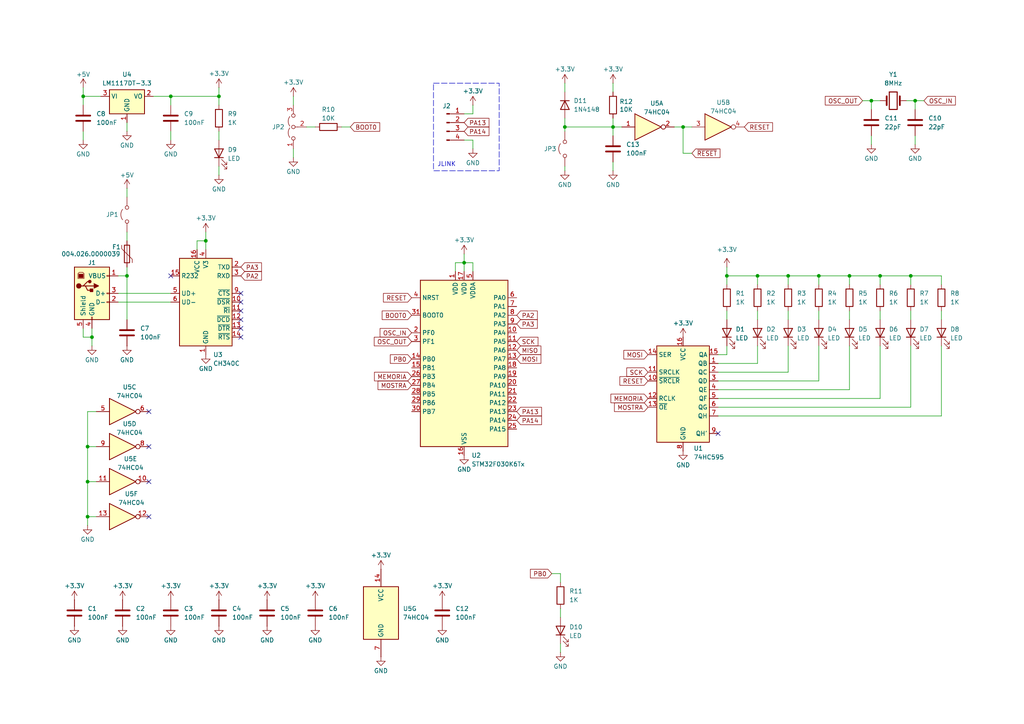
<source format=kicad_sch>
(kicad_sch (version 20250114) (generator "eeschema") (generator_version "9.0")
  (paper "A4")
  (lib_symbols
    (symbol "74xx:74HC04"
      (property "Reference" "U" (at 0 1.27 0))
      (property "Value" "74HC04" (at 0 -1.27 0))
      (symbol "74HC04_1_0"
        (pin input line (at -7.62 0 0) (length 3.81) (name "~") (number "1"))
        (pin output inverted (at 7.62 0 180) (length 3.81) (name "~") (number "2"))
      )
      (symbol "74HC04_2_0"
        (pin input line (at -7.62 0 0) (length 3.81) (name "~") (number "3"))
        (pin output inverted (at 7.62 0 180) (length 3.81) (name "~") (number "4"))
      )
      (symbol "74HC04_3_0"
        (pin input line (at -7.62 0 0) (length 3.81) (name "~") (number "5"))
        (pin output inverted (at 7.62 0 180) (length 3.81) (name "~") (number "6"))
      )
      (symbol "74HC04_4_0"
        (pin input line (at -7.62 0 0) (length 3.81) (name "~") (number "9"))
        (pin output inverted (at 7.62 0 180) (length 3.81) (name "~") (number "8"))
      )
      (symbol "74HC04_5_0"
        (pin input line (at -7.62 0 0) (length 3.81) (name "~") (number "11"))
        (pin output inverted (at 7.62 0 180) (length 3.81) (name "~") (number "10"))
      )
      (symbol "74HC04_6_0"
        (pin input line (at -7.62 0 0) (length 3.81) (name "~") (number "13"))
        (pin output inverted (at 7.62 0 180) (length 3.81) (name "~") (number "12"))
      )
      (symbol "74HC04_7_0"
        (pin power_in line (at 0 12.7 270) (length 5.08) (name "VCC") (number "14"))
        (pin power_in line (at 0 -12.7 90) (length 5.08) (name "GND") (number "7"))
      )
    )
    (symbol "74xx:74HC595"
      (property "Reference" "U" (at -7.62 13.97 0))
      (property "Value" "74HC595" (at -7.62 -16.51 0))
      (symbol "74HC595_1_0"
        (pin input line (at -10.16 10.16 0) (length 2.54) (name "SER") (number "14"))
        (pin input line (at -10.16 5.08 0) (length 2.54) (name "SRCLK") (number "11"))
        (pin input line (at -10.16 2.54 0) (length 2.54) (name "~{SRCLR}") (number "10"))
        (pin input line (at -10.16 -2.54 0) (length 2.54) (name "RCLK") (number "12"))
        (pin input line (at -10.16 -5.08 0) (length 2.54) (name "~{OE}") (number "13"))
        (pin power_in line (at 0 15.24 270) (length 2.54) (name "VCC") (number "16"))
        (pin power_in line (at 0 -17.78 90) (length 2.54) (name "GND") (number "8"))
        (pin tri_state line (at 10.16 10.16 180) (length 2.54) (name "QA") (number "15"))
        (pin tri_state line (at 10.16 7.62 180) (length 2.54) (name "QB") (number "1"))
        (pin tri_state line (at 10.16 5.08 180) (length 2.54) (name "QC") (number "2"))
        (pin tri_state line (at 10.16 2.54 180) (length 2.54) (name "QD") (number "3"))
        (pin tri_state line (at 10.16 0 180) (length 2.54) (name "QE") (number "4"))
        (pin tri_state line (at 10.16 -2.54 180) (length 2.54) (name "QF") (number "5"))
        (pin tri_state line (at 10.16 -5.08 180) (length 2.54) (name "QG") (number "6"))
        (pin tri_state line (at 10.16 -7.62 180) (length 2.54) (name "QH") (number "7"))
        (pin output line (at 10.16 -12.7 180) (length 2.54) (name "QH'") (number "9"))
      )
    )
    (symbol "Connector:Conn_01x04_Pin" (pin_names (offset 1.016) (hide yes))
      (property "Reference" "J" (at 0 5.08 0))
      (property "Value" "Conn_01x04_Pin" (at 0 -7.62 0))
      (symbol "Conn_01x04_Pin_1_1"
        (pin passive line (at 5.08 2.54 180) (length 3.81) (name "Pin_1") (number "1"))
        (pin passive line (at 5.08 0 180) (length 3.81) (name "Pin_2") (number "2"))
        (pin passive line (at 5.08 -2.54 180) (length 3.81) (name "Pin_3") (number "3"))
        (pin passive line (at 5.08 -5.08 180) (length 3.81) (name "Pin_4") (number "4"))
      )
    )
    (symbol "Connector:USB_B" (pin_names (offset 1.016))
      (property "Reference" "J" (at -5.08 11.43 0))
      (property "Value" "USB_B" (at -5.08 8.89 0))
      (symbol "USB_B_1_1"
        (pin passive line (at -2.54 -10.16 90) (length 2.54) (name "Shield") (number "5"))
        (pin power_out line (at 0 -10.16 90) (length 2.54) (name "GND") (number "4"))
        (pin power_out line (at 7.62 5.08 180) (length 2.54) (name "VBUS") (number "1"))
        (pin bidirectional line (at 7.62 0 180) (length 2.54) (name "D+") (number "3"))
        (pin bidirectional line (at 7.62 -2.54 180) (length 2.54) (name "D-") (number "2"))
      )
    )
    (symbol "Device:C" (pin_numbers (hide yes)) (pin_names (offset 0.254))
      (property "Reference" "C" (at 0.635 2.54 0))
      (property "Value" "C" (at 0.635 -2.54 0))
      (symbol "C_1_1"
        (pin passive line (at 0 3.81 270) (length 2.794) (name "~") (number "1"))
        (pin passive line (at 0 -3.81 90) (length 2.794) (name "~") (number "2"))
      )
    )
    (symbol "Device:Crystal" (pin_numbers (hide yes)) (pin_names (offset 1.016) (hide yes))
      (property "Reference" "Y" (at 0 3.81 0))
      (property "Value" "Crystal" (at 0 -3.81 0))
      (symbol "Crystal_1_1"
        (pin passive line (at -3.81 0 0) (length 1.27) (name "1") (number "1"))
        (pin passive line (at 3.81 0 180) (length 1.27) (name "2") (number "2"))
      )
    )
    (symbol "Device:LED" (pin_numbers (hide yes)) (pin_names (offset 1.016) (hide yes))
      (property "Reference" "D" (at 0 2.54 0))
      (property "Value" "LED" (at 0 -2.54 0))
      (symbol "LED_1_1"
        (pin passive line (at -3.81 0 0) (length 2.54) (name "K") (number "1"))
        (pin passive line (at 3.81 0 180) (length 2.54) (name "A") (number "2"))
      )
    )
    (symbol "Device:Polyfuse" (pin_numbers (hide yes)) (pin_names (offset 0))
      (property "Reference" "F" (at -2.54 0 90))
      (property "Value" "Polyfuse" (at 2.54 0 90))
      (symbol "Polyfuse_1_1"
        (pin passive line (at 0 3.81 270) (length 1.27) (name "~") (number "1"))
        (pin passive line (at 0 -3.81 90) (length 1.27) (name "~") (number "2"))
      )
    )
    (symbol "Device:R" (pin_numbers (hide yes)) (pin_names (offset 0))
      (property "Reference" "R" (at 2.032 0 90))
      (property "Value" "R" (at 0 0 90))
      (symbol "R_1_1"
        (pin passive line (at 0 3.81 270) (length 1.27) (name "~") (number "1"))
        (pin passive line (at 0 -3.81 90) (length 1.27) (name "~") (number "2"))
      )
    )
    (symbol "Diode:1N4148" (pin_numbers (hide yes)) (pin_names (hide yes))
      (property "Reference" "D" (at 0 2.54 0))
      (property "Value" "1N4148" (at 0 -2.54 0))
      (symbol "1N4148_1_1"
        (pin passive line (at -3.81 0 0) (length 2.54) (name "K") (number "1"))
        (pin passive line (at 3.81 0 180) (length 2.54) (name "A") (number "2"))
      )
    )
    (symbol "Interface_USB:CH340C"
      (property "Reference" "U" (at -5.08 13.97 0))
      (property "Value" "CH340C" (at 1.27 13.97 0))
      (symbol "CH340C_1_1"
        (pin input line (at -10.16 7.62 0) (length 2.54) (name "R232") (number "15"))
        (pin bidirectional line (at -10.16 2.54 0) (length 2.54) (name "UD+") (number "5"))
        (pin bidirectional line (at -10.16 0 0) (length 2.54) (name "UD-") (number "6"))
        (pin no_connect line (at -7.62 -5.08 0) (length 2.54) (hide yes) (name "NC") (number "7"))
        (pin no_connect line (at -7.62 -7.62 0) (length 2.54) (hide yes) (name "NC") (number "8"))
        (pin power_in line (at -2.54 15.24 270) (length 2.54) (name "VCC") (number "16"))
        (pin power_out line (at 0 15.24 270) (length 2.54) (name "V3") (number "4"))
        (pin power_in line (at 0 -15.24 90) (length 2.54) (name "GND") (number "1"))
        (pin output line (at 10.16 10.16 180) (length 2.54) (name "TXD") (number "2"))
        (pin input line (at 10.16 7.62 180) (length 2.54) (name "RXD") (number "3"))
        (pin input line (at 10.16 2.54 180) (length 2.54) (name "~{CTS}") (number "9"))
        (pin input line (at 10.16 0 180) (length 2.54) (name "~{DSR}") (number "10"))
        (pin input line (at 10.16 -2.54 180) (length 2.54) (name "~{RI}") (number "11"))
        (pin input line (at 10.16 -5.08 180) (length 2.54) (name "~{DCD}") (number "12"))
        (pin output line (at 10.16 -7.62 180) (length 2.54) (name "~{DTR}") (number "13"))
        (pin output line (at 10.16 -10.16 180) (length 2.54) (name "~{RTS}") (number "14"))
      )
    )
    (symbol "Jumper:Jumper_2_Open" (pin_numbers (hide yes)) (pin_names (offset 0) (hide yes))
      (property "Reference" "JP" (at 0 2.794 0))
      (property "Value" "Jumper_2_Open" (at 0 -2.286 0))
      (symbol "Jumper_2_Open_1_1"
        (pin passive line (at -5.08 0 0) (length 2.54) (name "A") (number "1"))
        (pin passive line (at 5.08 0 180) (length 2.54) (name "B") (number "2"))
      )
    )
    (symbol "Jumper:Jumper_3_Open" (pin_names (offset 0) (hide yes)) (in_bom no)
      (property "Reference" "JP" (at -2.54 -2.54 0))
      (property "Value" "Jumper_3_Open" (at 0 2.794 0))
      (symbol "Jumper_3_Open_1_1"
        (pin passive line (at -6.35 0 0) (length 2.54) (name "A") (number "1"))
        (pin passive line (at 0 -3.81 90) (length 2.54) (name "C") (number "2"))
        (pin passive line (at 6.35 0 180) (length 2.54) (name "B") (number "3"))
      )
    )
    (symbol "MCU_ST_STM32F0:STM32F030K6Tx"
      (property "Reference" "U" (at -12.7 26.67 0))
      (property "Value" "STM32F030K6Tx" (at 5.08 26.67 0))
      (symbol "STM32F030K6Tx_1_1"
        (pin input line (at -15.24 20.32 0) (length 2.54) (name "NRST") (number "4"))
        (pin input line (at -15.24 15.24 0) (length 2.54) (name "BOOT0") (number "31"))
        (pin bidirectional line (at -15.24 10.16 0) (length 2.54) (name "PF0") (number "2"))
        (pin bidirectional line (at -15.24 7.62 0) (length 2.54) (name "PF1") (number "3"))
        (pin bidirectional line (at -15.24 2.54 0) (length 2.54) (name "PB0") (number "14"))
        (pin bidirectional line (at -15.24 0 0) (length 2.54) (name "PB1") (number "15"))
        (pin bidirectional line (at -15.24 -2.54 0) (length 2.54) (name "PB3") (number "26"))
        (pin bidirectional line (at -15.24 -5.08 0) (length 2.54) (name "PB4") (number "27"))
        (pin bidirectional line (at -15.24 -7.62 0) (length 2.54) (name "PB5") (number "28"))
        (pin bidirectional line (at -15.24 -10.16 0) (length 2.54) (name "PB6") (number "29"))
        (pin bidirectional line (at -15.24 -12.7 0) (length 2.54) (name "PB7") (number "30"))
        (pin power_in line (at -2.54 27.94 270) (length 2.54) (name "VDD") (number "1"))
        (pin power_in line (at 0 27.94 270) (length 2.54) (name "VDD") (number "17"))
        (pin power_in line (at 0 -25.4 90) (length 2.54) (name "VSS") (number "16"))
        (pin passive line (at 0 -25.4 90) (length 2.54) (hide yes) (name "VSS") (number "32"))
        (pin power_in line (at 2.54 27.94 270) (length 2.54) (name "VDDA") (number "5"))
        (pin bidirectional line (at 15.24 20.32 180) (length 2.54) (name "PA0") (number "6"))
        (pin bidirectional line (at 15.24 17.78 180) (length 2.54) (name "PA1") (number "7"))
        (pin bidirectional line (at 15.24 15.24 180) (length 2.54) (name "PA2") (number "8"))
        (pin bidirectional line (at 15.24 12.7 180) (length 2.54) (name "PA3") (number "9"))
        (pin bidirectional line (at 15.24 10.16 180) (length 2.54) (name "PA4") (number "10"))
        (pin bidirectional line (at 15.24 7.62 180) (length 2.54) (name "PA5") (number "11"))
        (pin bidirectional line (at 15.24 5.08 180) (length 2.54) (name "PA6") (number "12"))
        (pin bidirectional line (at 15.24 2.54 180) (length 2.54) (name "PA7") (number "13"))
        (pin bidirectional line (at 15.24 0 180) (length 2.54) (name "PA8") (number "18"))
        (pin bidirectional line (at 15.24 -2.54 180) (length 2.54) (name "PA9") (number "19"))
        (pin bidirectional line (at 15.24 -5.08 180) (length 2.54) (name "PA10") (number "20"))
        (pin bidirectional line (at 15.24 -7.62 180) (length 2.54) (name "PA11") (number "21"))
        (pin bidirectional line (at 15.24 -10.16 180) (length 2.54) (name "PA12") (number "22"))
        (pin bidirectional line (at 15.24 -12.7 180) (length 2.54) (name "PA13") (number "23"))
        (pin bidirectional line (at 15.24 -15.24 180) (length 2.54) (name "PA14") (number "24"))
        (pin bidirectional line (at 15.24 -17.78 180) (length 2.54) (name "PA15") (number "25"))
      )
    )
    (symbol "Regulator_Linear:LM1117DT-3.3"
      (property "Reference" "U" (at -3.81 3.175 0))
      (property "Value" "LM1117DT-3.3" (at 0 3.175 0))
      (symbol "LM1117DT-3.3_1_1"
        (pin power_in line (at -7.62 0 0) (length 2.54) (name "VI") (number "3"))
        (pin power_in line (at 0 -7.62 90) (length 2.54) (name "GND") (number "1"))
        (pin power_out line (at 7.62 0 180) (length 2.54) (name "VO") (number "2"))
      )
    )
    (symbol "power:+3.3V" (power) (pin_numbers (hide yes)) (pin_names (offset 0) (hide yes))
      (property "Value" "+3.3V" (at 0 3.556 0))
      (symbol "+3.3V_1_1"
        (pin power_in line (at 0 0 90) (length 0) (name "~") (number "1"))
      )
    )
    (symbol "power:+5V" (power) (pin_numbers (hide yes)) (pin_names (offset 0) (hide yes))
      (property "Value" "+5V" (at 0 3.556 0))
      (symbol "+5V_1_1"
        (pin power_in line (at 0 0 90) (length 0) (name "~") (number "1"))
      )
    )
    (symbol "power:GND" (power) (pin_numbers (hide yes)) (pin_names (offset 0) (hide yes))
      (property "Value" "GND" (at 0 -3.81 0))
      (symbol "GND_1_1"
        (pin power_in line (at 0 0 270) (length 0) (name "~") (number "1"))
      )
    )
  )
  (rectangle (start 125.73 24.13) (end 144.78 49.53) (stroke (width 0) (type dash)))
  (text "JLINK" (at 129.54 47.752 0) (effects (font (size 1.27 1.27))))
  (junction (at 26.67 97.79))
  (junction (at 246.38 80.01))
  (junction (at 24.13 27.94))
  (junction (at 163.83 36.83))
  (junction (at 25.4 139.7))
  (junction (at 228.6 80.01))
  (junction (at 252.73 29.21))
  (junction (at 49.53 27.94))
  (junction (at 265.43 29.21))
  (junction (at 198.12 36.83))
  (junction (at 219.71 80.01))
  (junction (at 210.82 80.01))
  (junction (at 177.8 36.83))
  (junction (at 264.16 80.01))
  (junction (at 237.49 80.01))
  (junction (at 25.4 149.86))
  (junction (at 63.5 27.94))
  (junction (at 255.27 80.01))
  (junction (at 134.62 76.2))
  (junction (at 59.69 69.85))
  (junction (at 36.83 80.01))
  (junction (at 25.4 129.54))
  (no_connect (at 43.18 139.7))
  (no_connect (at 49.53 80.01))
  (no_connect (at 43.18 129.54))
  (no_connect (at 69.85 85.09))
  (no_connect (at 69.85 92.71))
  (no_connect (at 208.28 125.73))
  (no_connect (at 69.85 87.63))
  (no_connect (at 43.18 149.86))
  (no_connect (at 43.18 119.38))
  (no_connect (at 69.85 90.17))
  (no_connect (at 69.85 95.25))
  (no_connect (at 69.85 97.79))
  (wire (pts (xy 44.45 27.94) (xy 49.53 27.94)))
  (wire (pts (xy 273.05 100.33) (xy 273.05 120.65)))
  (wire (pts (xy 49.53 40.64) (xy 49.53 38.1)))
  (wire (pts (xy 177.8 36.83) (xy 177.8 39.37)))
  (wire (pts (xy 59.69 69.85) (xy 59.69 72.39)))
  (wire (pts (xy 246.38 80.01) (xy 255.27 80.01)))
  (wire (pts (xy 132.08 76.2) (xy 134.62 76.2)))
  (wire (pts (xy 26.67 95.25) (xy 26.67 97.79)))
  (wire (pts (xy 160.02 166.37) (xy 162.56 166.37)))
  (wire (pts (xy 198.12 36.83) (xy 200.66 36.83)))
  (wire (pts (xy 177.8 36.83) (xy 177.8 34.29)))
  (wire (pts (xy 63.5 27.94) (xy 49.53 27.94)))
  (wire (pts (xy 24.13 27.94) (xy 24.13 25.4)))
  (wire (pts (xy 177.8 24.13) (xy 177.8 26.67)))
  (wire (pts (xy 99.06 36.83) (xy 101.6 36.83)))
  (wire (pts (xy 255.27 80.01) (xy 255.27 82.55)))
  (wire (pts (xy 208.28 107.95) (xy 228.6 107.95)))
  (wire (pts (xy 246.38 90.17) (xy 246.38 92.71)))
  (wire (pts (xy 265.43 29.21) (xy 267.97 29.21)))
  (wire (pts (xy 219.71 100.33) (xy 219.71 105.41)))
  (wire (pts (xy 63.5 27.94) (xy 63.5 25.4)))
  (wire (pts (xy 25.4 139.7) (xy 25.4 129.54)))
  (wire (pts (xy 264.16 100.33) (xy 264.16 118.11)))
  (wire (pts (xy 25.4 129.54) (xy 25.4 119.38)))
  (wire (pts (xy 24.13 27.94) (xy 29.21 27.94)))
  (wire (pts (xy 228.6 90.17) (xy 228.6 92.71)))
  (wire (pts (xy 24.13 27.94) (xy 24.13 30.48)))
  (wire (pts (xy 34.29 85.09) (xy 49.53 85.09)))
  (wire (pts (xy 25.4 149.86) (xy 27.94 149.86)))
  (wire (pts (xy 134.62 76.2) (xy 134.62 78.74)))
  (wire (pts (xy 63.5 50.8) (xy 63.5 48.26)))
  (wire (pts (xy 210.82 100.33) (xy 210.82 102.87)))
  (wire (pts (xy 57.15 69.85) (xy 59.69 69.85)))
  (wire (pts (xy 246.38 100.33) (xy 246.38 113.03)))
  (wire (pts (xy 25.4 119.38) (xy 27.94 119.38)))
  (wire (pts (xy 163.83 34.29) (xy 163.83 36.83)))
  (wire (pts (xy 252.73 31.75) (xy 252.73 29.21)))
  (wire (pts (xy 36.83 92.71) (xy 36.83 80.01)))
  (wire (pts (xy 210.82 90.17) (xy 210.82 92.71)))
  (wire (pts (xy 208.28 110.49) (xy 237.49 110.49)))
  (wire (pts (xy 59.69 67.31) (xy 59.69 69.85)))
  (wire (pts (xy 237.49 90.17) (xy 237.49 92.71)))
  (wire (pts (xy 273.05 82.55) (xy 273.05 80.01)))
  (wire (pts (xy 57.15 72.39) (xy 57.15 69.85)))
  (wire (pts (xy 228.6 80.01) (xy 237.49 80.01)))
  (wire (pts (xy 163.83 24.13) (xy 163.83 26.67)))
  (wire (pts (xy 36.83 67.31) (xy 36.83 69.85)))
  (wire (pts (xy 137.16 43.18) (xy 137.16 40.64)))
  (wire (pts (xy 25.4 152.4) (xy 25.4 149.86)))
  (wire (pts (xy 137.16 78.74) (xy 137.16 76.2)))
  (wire (pts (xy 208.28 120.65) (xy 273.05 120.65)))
  (wire (pts (xy 134.62 76.2) (xy 137.16 76.2)))
  (wire (pts (xy 88.9 36.83) (xy 91.44 36.83)))
  (wire (pts (xy 228.6 100.33) (xy 228.6 107.95)))
  (wire (pts (xy 208.28 113.03) (xy 246.38 113.03)))
  (wire (pts (xy 34.29 87.63) (xy 49.53 87.63)))
  (wire (pts (xy 162.56 189.23) (xy 162.56 186.69)))
  (wire (pts (xy 252.73 41.91) (xy 252.73 39.37)))
  (wire (pts (xy 163.83 36.83) (xy 177.8 36.83)))
  (wire (pts (xy 265.43 29.21) (xy 262.89 29.21)))
  (wire (pts (xy 198.12 44.45) (xy 198.12 36.83)))
  (wire (pts (xy 134.62 73.66) (xy 134.62 76.2)))
  (wire (pts (xy 36.83 77.47) (xy 36.83 80.01)))
  (wire (pts (xy 25.4 139.7) (xy 27.94 139.7)))
  (wire (pts (xy 36.83 54.61) (xy 36.83 57.15)))
  (wire (pts (xy 24.13 40.64) (xy 24.13 38.1)))
  (wire (pts (xy 85.09 27.94) (xy 85.09 30.48)))
  (wire (pts (xy 177.8 36.83) (xy 180.34 36.83)))
  (wire (pts (xy 210.82 80.01) (xy 210.82 82.55)))
  (wire (pts (xy 264.16 80.01) (xy 273.05 80.01)))
  (wire (pts (xy 264.16 80.01) (xy 264.16 82.55)))
  (wire (pts (xy 208.28 105.41) (xy 219.71 105.41)))
  (wire (pts (xy 24.13 95.25) (xy 24.13 97.79)))
  (wire (pts (xy 25.4 149.86) (xy 25.4 139.7)))
  (wire (pts (xy 162.56 176.53) (xy 162.56 179.07)))
  (wire (pts (xy 208.28 118.11) (xy 264.16 118.11)))
  (wire (pts (xy 210.82 80.01) (xy 219.71 80.01)))
  (wire (pts (xy 265.43 41.91) (xy 265.43 39.37)))
  (wire (pts (xy 219.71 80.01) (xy 219.71 82.55)))
  (wire (pts (xy 246.38 80.01) (xy 246.38 82.55)))
  (wire (pts (xy 36.83 38.1) (xy 36.83 35.56)))
  (wire (pts (xy 63.5 38.1) (xy 63.5 40.64)))
  (wire (pts (xy 250.19 29.21) (xy 252.73 29.21)))
  (wire (pts (xy 237.49 100.33) (xy 237.49 110.49)))
  (wire (pts (xy 219.71 80.01) (xy 228.6 80.01)))
  (wire (pts (xy 265.43 31.75) (xy 265.43 29.21)))
  (wire (pts (xy 219.71 90.17) (xy 219.71 92.71)))
  (wire (pts (xy 228.6 80.01) (xy 228.6 82.55)))
  (wire (pts (xy 255.27 100.33) (xy 255.27 115.57)))
  (wire (pts (xy 237.49 80.01) (xy 237.49 82.55)))
  (wire (pts (xy 163.83 49.53) (xy 163.83 48.26)))
  (wire (pts (xy 273.05 90.17) (xy 273.05 92.71)))
  (wire (pts (xy 24.13 97.79) (xy 26.67 97.79)))
  (wire (pts (xy 137.16 30.48) (xy 137.16 33.02)))
  (wire (pts (xy 264.16 90.17) (xy 264.16 92.71)))
  (wire (pts (xy 210.82 77.47) (xy 210.82 80.01)))
  (wire (pts (xy 134.62 40.64) (xy 137.16 40.64)))
  (wire (pts (xy 237.49 80.01) (xy 246.38 80.01)))
  (wire (pts (xy 134.62 33.02) (xy 137.16 33.02)))
  (wire (pts (xy 200.66 44.45) (xy 198.12 44.45)))
  (wire (pts (xy 132.08 78.74) (xy 132.08 76.2)))
  (wire (pts (xy 252.73 29.21) (xy 255.27 29.21)))
  (wire (pts (xy 163.83 36.83) (xy 163.83 38.1)))
  (wire (pts (xy 26.67 97.79) (xy 26.67 100.33)))
  (wire (pts (xy 177.8 49.53) (xy 177.8 46.99)))
  (wire (pts (xy 49.53 27.94) (xy 49.53 30.48)))
  (wire (pts (xy 25.4 129.54) (xy 27.94 129.54)))
  (wire (pts (xy 162.56 168.91) (xy 162.56 166.37)))
  (wire (pts (xy 195.58 36.83) (xy 198.12 36.83)))
  (wire (pts (xy 210.82 102.87) (xy 208.28 102.87)))
  (wire (pts (xy 255.27 80.01) (xy 264.16 80.01)))
  (wire (pts (xy 208.28 115.57) (xy 255.27 115.57)))
  (wire (pts (xy 85.09 45.72) (xy 85.09 43.18)))
  (wire (pts (xy 36.83 80.01) (xy 34.29 80.01)))
  (wire (pts (xy 63.5 30.48) (xy 63.5 27.94)))
  (wire (pts (xy 255.27 90.17) (xy 255.27 92.71)))
  (global_label "RESET" (shape input) (at 187.96 110.49 180) (property "Intersheetrefs" "${INTERSHEET_REFS}" (effects (hide yes))))
  (global_label "OSC_OUT" (shape input) (at 250.19 29.21 180) (property "Intersheetrefs" "${INTERSHEET_REFS}" (effects (hide yes))))
  (global_label "PA14" (shape input) (at 149.86 121.92 0) (property "Intersheetrefs" "${INTERSHEET_REFS}" (effects (hide yes))))
  (global_label "MISO" (shape input) (at 149.86 101.6 0) (property "Intersheetrefs" "${INTERSHEET_REFS}" (effects (hide yes))))
  (global_label "PA14" (shape input) (at 134.62 38.1 0) (property "Intersheetrefs" "${INTERSHEET_REFS}" (effects (hide yes))))
  (global_label "SCK" (shape input) (at 149.86 99.06 0) (property "Intersheetrefs" "${INTERSHEET_REFS}" (effects (hide yes))))
  (global_label "MOSTRA" (shape input) (at 187.96 118.11 180) (property "Intersheetrefs" "${INTERSHEET_REFS}" (effects (hide yes))))
  (global_label "SCK" (shape input) (at 187.96 107.95 180) (property "Intersheetrefs" "${INTERSHEET_REFS}" (effects (hide yes))))
  (global_label "MEMORIA" (shape input) (at 187.96 115.57 180) (property "Intersheetrefs" "${INTERSHEET_REFS}" (effects (hide yes))))
  (global_label "BOOT0" (shape input) (at 119.38 91.44 180) (property "Intersheetrefs" "${INTERSHEET_REFS}" (effects (hide yes))))
  (global_label "MEMORIA" (shape input) (at 119.38 109.22 180) (property "Intersheetrefs" "${INTERSHEET_REFS}" (effects (hide yes))))
  (global_label "PA2" (shape input) (at 69.85 80.01 0) (property "Intersheetrefs" "${INTERSHEET_REFS}" (effects (hide yes))))
  (global_label "PA2" (shape input) (at 149.86 91.44 0) (property "Intersheetrefs" "${INTERSHEET_REFS}" (effects (hide yes))))
  (global_label "BOOT0" (shape input) (at 101.6 36.83 0) (property "Intersheetrefs" "${INTERSHEET_REFS}" (effects (hide yes))))
  (global_label "PA3" (shape input) (at 149.86 93.98 0) (property "Intersheetrefs" "${INTERSHEET_REFS}" (effects (hide yes))))
  (global_label "PA3" (shape input) (at 69.85 77.47 0) (property "Intersheetrefs" "${INTERSHEET_REFS}" (effects (hide yes))))
  (global_label "RESET" (shape input) (at 215.9 36.83 0) (property "Intersheetrefs" "${INTERSHEET_REFS}" (effects (hide yes))))
  (global_label "MOSI" (shape input) (at 187.96 102.87 180) (property "Intersheetrefs" "${INTERSHEET_REFS}" (effects (hide yes))))
  (global_label "MOSI" (shape input) (at 149.86 104.14 0) (property "Intersheetrefs" "${INTERSHEET_REFS}" (effects (hide yes))))
  (global_label "MOSTRA" (shape input) (at 119.38 111.76 180) (property "Intersheetrefs" "${INTERSHEET_REFS}" (effects (hide yes))))
  (global_label "~{RESET}" (shape input) (at 200.66 44.45 0) (property "Intersheetrefs" "${INTERSHEET_REFS}" (effects (hide yes))))
  (global_label "OSC_IN" (shape input) (at 119.38 96.52 180) (property "Intersheetrefs" "${INTERSHEET_REFS}" (effects (hide yes))))
  (global_label "PA13" (shape input) (at 149.86 119.38 0) (property "Intersheetrefs" "${INTERSHEET_REFS}" (effects (hide yes))))
  (global_label "PB0" (shape input) (at 160.02 166.37 180) (property "Intersheetrefs" "${INTERSHEET_REFS}" (effects (hide yes))))
  (global_label "RESET" (shape input) (at 119.38 86.36 180) (property "Intersheetrefs" "${INTERSHEET_REFS}" (effects (hide yes))))
  (global_label "PB0" (shape input) (at 119.38 104.14 180) (property "Intersheetrefs" "${INTERSHEET_REFS}" (effects (hide yes))))
  (global_label "PA13" (shape input) (at 134.62 35.56 0) (property "Intersheetrefs" "${INTERSHEET_REFS}" (effects (hide yes))))
  (global_label "OSC_OUT" (shape input) (at 119.38 99.06 180) (property "Intersheetrefs" "${INTERSHEET_REFS}" (effects (hide yes))))
  (global_label "OSC_IN" (shape input) (at 267.97 29.21 0) (property "Intersheetrefs" "${INTERSHEET_REFS}" (effects (hide yes))))
  (symbol (lib_id "power:GND") (at 36.83 100.33 0) (unit 1)
    (property "Reference" "#PWR021" (effects (hide yes)))
    (property "Value" "GND" (at 36.83 104.394 0))
    (property "Description" "Power symbol creates a global label with name \"GND\" , ground" (effects (hide yes)))
  )
  (symbol (lib_id "power:GND") (at 36.83 38.1 0) (unit 1)
    (property "Reference" "#PWR025" (effects (hide yes)))
    (property "Value" "GND" (at 36.83 42.164 0))
    (property "Description" "Power symbol creates a global label with name \"GND\" , ground" (effects (hide yes)))
  )
  (symbol (lib_id "Device:C") (at 128.27 177.8 0) (unit 1)
    (property "Reference" "C12" (at 132.08 176.5299 0) (effects (justify left)))
    (property "Value" "100nF" (at 132.08 179.0699 0) (effects (justify left)))
    (property "Footprint" "Capacitor_SMD:C_0805_2012Metric_Pad1.18x1.45mm_HandSolder" (effects (hide yes)))
    (property "Description" "Unpolarized capacitor" (effects (hide yes)))
  )
  (symbol (lib_id "Diode:1N4148") (at 163.83 30.48 270) (unit 1)
    (property "Reference" "D11" (at 166.37 29.2099 90) (effects (justify left)))
    (property "Value" "1N4148" (at 166.37 31.7499 90) (effects (justify left)))
    (property "Footprint" "Diode_THT:D_DO-35_SOD27_P7.62mm_Horizontal" (effects (hide yes)))
    (property "Datasheet" "https://assets.nexperia.com/documents/data-sheet/1N4148_1N4448.pdf" (effects (hide yes)))
    (property "Description" "100V 0.15A standard switching diode, DO-35" (effects (hide yes)))
    (property "Sim.Device" "D" (effects (hide yes)))
    (property "Sim.Pins" "1=K 2=A" (effects (hide yes)))
  )
  (symbol (lib_id "power:GND") (at 162.56 189.23 0) (unit 1)
    (property "Reference" "#PWR035" (effects (hide yes)))
    (property "Value" "GND" (at 162.56 193.294 0))
    (property "Description" "Power symbol creates a global label with name \"GND\" , ground" (effects (hide yes)))
  )
  (symbol (lib_id "power:GND") (at 35.56 181.61 0) (unit 1)
    (property "Reference" "#PWR012" (effects (hide yes)))
    (property "Value" "GND" (at 35.56 185.674 0))
    (property "Description" "Power symbol creates a global label with name \"GND\" , ground" (effects (hide yes)))
  )
  (symbol (lib_id "74xx:74HC04") (at 208.28 36.83 0) (unit 2)
    (property "Reference" "U5" (at 209.804 29.718 0))
    (property "Value" "74HC04" (at 209.804 32.258 0))
    (property "Footprint" "Package_DIP:DIP-14_W7.62mm" (effects (hide yes)))
    (property "Datasheet" "https://assets.nexperia.com/documents/data-sheet/74HC_HCT04.pdf" (effects (hide yes)))
    (property "Description" "Hex Inverter" (effects (hide yes)))
  )
  (symbol (lib_id "power:GND") (at 177.8 49.53 0) (unit 1)
    (property "Reference" "#PWR042" (effects (hide yes)))
    (property "Value" "GND" (at 177.8 53.594 0))
    (property "Description" "Power symbol creates a global label with name \"GND\" , ground" (effects (hide yes)))
  )
  (symbol (lib_id "Device:Polyfuse") (at 36.83 73.66 0) (unit 1)
    (property "Reference" "F1" (at 32.512 71.628 0) (effects (justify left)))
    (property "Value" "004.026.0000039" (at 17.78 73.66 0) (effects (justify left)))
    (property "Description" "Resettable fuse, polymeric positive temperature coefficient" (effects (hide yes)))
  )
  (symbol (lib_id "Device:R") (at 273.05 86.36 0) (unit 1)
    (property "Reference" "R8" (at 275.59 85.0899 0) (effects (justify left)))
    (property "Value" "1K" (at 275.59 87.6299 0) (effects (justify left)))
    (property "Footprint" "Resistor_SMD:R_0805_2012Metric_Pad1.20x1.40mm_HandSolder" (effects (hide yes)))
    (property "Description" "Resistor" (effects (hide yes)))
  )
  (symbol (lib_id "Connector:Conn_01x04_Pin") (at 129.54 35.56 0) (unit 1)
    (property "Reference" "J2" (at 129.54 30.734 0))
    (property "Value" "Conn_01x04_Pin" (effects (hide yes)))
    (property "Footprint" "Connector_PinSocket_2.54mm:PinSocket_1x04_P2.54mm_Vertical" (effects (hide yes)))
    (property "Description" "Generic connector, single row, 01x04, script generated" (effects (hide yes)))
  )
  (symbol (lib_id "Device:R") (at 162.56 172.72 0) (unit 1)
    (property "Reference" "R11" (at 165.1 171.4499 0) (effects (justify left)))
    (property "Value" "1K" (at 165.1 173.9899 0) (effects (justify left)))
    (property "Footprint" "Resistor_SMD:R_0805_2012Metric_Pad1.20x1.40mm_HandSolder" (effects (hide yes)))
    (property "Description" "Resistor" (effects (hide yes)))
  )
  (symbol (lib_id "Regulator_Linear:LM1117DT-3.3") (at 36.83 27.94 0) (unit 1)
    (property "Reference" "U4" (at 36.83 21.59 0))
    (property "Value" "LM1117DT-3.3" (at 36.83 24.13 0))
    (property "Footprint" "Package_TO_SOT_SMD:TO-252-3_TabPin2" (effects (hide yes)))
    (property "Datasheet" "http://www.ti.com/lit/ds/symlink/lm1117.pdf" (effects (hide yes)))
    (property "Description" "800mA Low-Dropout Linear Regulator, 3.3V fixed output, TO-252" (effects (hide yes)))
  )
  (symbol (lib_id "Device:LED") (at 246.38 96.52 90) (unit 1)
    (property "Reference" "D5" (at 248.92 95.504 90) (effects (justify right)))
    (property "Value" "LED" (at 248.92 98.044 90) (effects (justify right)))
    (property "Footprint" "LED_THT:LED_D3.0mm" (effects (hide yes)))
    (property "Description" "Light emitting diode" (effects (hide yes)))
    (property "Sim.Pins" "1=K 2=A" (effects (hide yes)))
  )
  (symbol (lib_id "power:+3.3V") (at 128.27 173.99 0) (unit 1)
    (property "Reference" "#PWR038" (effects (hide yes)))
    (property "Value" "+3.3V" (at 128.27 169.926 0))
    (property "Description" "Power symbol creates a global label with name \"+3.3V\"" (effects (hide yes)))
  )
  (symbol (lib_id "Device:C") (at 77.47 177.8 0) (unit 1)
    (property "Reference" "C5" (at 81.28 176.5299 0) (effects (justify left)))
    (property "Value" "100nF" (at 81.28 179.0699 0) (effects (justify left)))
    (property "Footprint" "Capacitor_SMD:C_0805_2012Metric_Pad1.18x1.45mm_HandSolder" (effects (hide yes)))
    (property "Description" "Unpolarized capacitor" (effects (hide yes)))
  )
  (symbol (lib_id "power:+3.3V") (at 110.49 165.1 0) (unit 1)
    (property "Reference" "#PWR037" (effects (hide yes)))
    (property "Value" "+3.3V" (at 110.49 161.036 0))
    (property "Description" "Power symbol creates a global label with name \"+3.3V\"" (effects (hide yes)))
  )
  (symbol (lib_id "Jumper:Jumper_2_Open") (at 36.83 62.23 90) (unit 1)
    (property "Reference" "JP1" (at 30.734 62.23 90) (effects (justify right)))
    (property "Value" "Jumper_2_Open" (effects (hide yes)))
    (property "Footprint" "TestPoint:TestPoint_2Pads_Pitch2.54mm_Drill0.8mm" (effects (hide yes)))
    (property "Description" "Jumper, 2-pole, open" (effects (hide yes)))
  )
  (symbol (lib_id "power:GND") (at 137.16 43.18 0) (unit 1)
    (property "Reference" "#PWR034" (effects (hide yes)))
    (property "Value" "GND" (at 137.16 47.244 0))
    (property "Description" "Power symbol creates a global label with name \"GND\" , ground" (effects (hide yes)))
  )
  (symbol (lib_id "Interface_USB:CH340C") (at 59.69 87.63 0) (unit 1)
    (property "Reference" "U3" (at 61.8333 102.87 0) (effects (justify left)))
    (property "Value" "CH340C" (at 61.8333 105.41 0) (effects (justify left)))
    (property "Footprint" "Package_SO:SOIC-16_3.9x9.9mm_P1.27mm" (effects (hide yes)))
    (property "Datasheet" "https://datasheet.lcsc.com/szlcsc/Jiangsu-Qin-Heng-CH340C_C84681.pdf" (effects (hide yes)))
    (property "Description" "USB serial converter, crystal-less, UART, SOIC-16" (effects (hide yes)))
  )
  (symbol (lib_id "power:GND") (at 91.44 181.61 0) (unit 1)
    (property "Reference" "#PWR020" (effects (hide yes)))
    (property "Value" "GND" (at 91.44 185.674 0))
    (property "Description" "Power symbol creates a global label with name \"GND\" , ground" (effects (hide yes)))
  )
  (symbol (lib_id "power:+3.3V") (at 134.62 73.66 0) (unit 1)
    (property "Reference" "#PWR04" (effects (hide yes)))
    (property "Value" "+3.3V" (at 134.62 69.596 0))
    (property "Description" "Power symbol creates a global label with name \"+3.3V\"" (effects (hide yes)))
  )
  (symbol (lib_id "Device:LED") (at 255.27 96.52 90) (unit 1)
    (property "Reference" "D6" (at 257.81 95.504 90) (effects (justify right)))
    (property "Value" "LED" (at 257.81 98.044 90) (effects (justify right)))
    (property "Footprint" "LED_THT:LED_D3.0mm" (effects (hide yes)))
    (property "Description" "Light emitting diode" (effects (hide yes)))
    (property "Sim.Pins" "1=K 2=A" (effects (hide yes)))
  )
  (symbol (lib_id "power:GND") (at 110.49 190.5 0) (unit 1)
    (property "Reference" "#PWR036" (effects (hide yes)))
    (property "Value" "GND" (at 110.49 194.564 0))
    (property "Description" "Power symbol creates a global label with name \"GND\" , ground" (effects (hide yes)))
  )
  (symbol (lib_id "power:+3.3V") (at 49.53 173.99 0) (unit 1)
    (property "Reference" "#PWR013" (effects (hide yes)))
    (property "Value" "+3.3V" (at 49.53 169.926 0))
    (property "Description" "Power symbol creates a global label with name \"+3.3V\"" (effects (hide yes)))
  )
  (symbol (lib_id "power:+3.3V") (at 77.47 173.99 0) (unit 1)
    (property "Reference" "#PWR017" (effects (hide yes)))
    (property "Value" "+3.3V" (at 77.47 169.926 0))
    (property "Description" "Power symbol creates a global label with name \"+3.3V\"" (effects (hide yes)))
  )
  (symbol (lib_id "MCU_ST_STM32F0:STM32F030K6Tx") (at 134.62 106.68 0) (unit 1)
    (property "Reference" "U2" (at 136.7633 132.08 0) (effects (justify left)))
    (property "Value" "STM32F030K6Tx" (at 136.7633 134.62 0) (effects (justify left)))
    (property "Footprint" "Package_QFP:LQFP-32_7x7mm_P0.8mm" (effects (hide yes)))
    (property "Datasheet" "https://www.st.com/resource/en/datasheet/stm32f030k6.pdf" (effects (hide yes)))
    (property "Description" "STMicroelectronics Arm Cortex-M0 MCU, 32KB flash, 4KB RAM, 48 MHz, 2.4-3.6V, 25 GPIO, LQFP32" (effects (hide yes)))
  )
  (symbol (lib_id "Device:C") (at 35.56 177.8 0) (unit 1)
    (property "Reference" "C2" (at 39.37 176.5299 0) (effects (justify left)))
    (property "Value" "100nF" (at 39.37 179.0699 0) (effects (justify left)))
    (property "Footprint" "Capacitor_SMD:C_0805_2012Metric_Pad1.18x1.45mm_HandSolder" (effects (hide yes)))
    (property "Description" "Unpolarized capacitor" (effects (hide yes)))
  )
  (symbol (lib_id "power:+3.3V") (at 59.69 67.31 0) (unit 1)
    (property "Reference" "#PWR06" (effects (hide yes)))
    (property "Value" "+3.3V" (at 59.69 63.246 0))
    (property "Description" "Power symbol creates a global label with name \"+3.3V\"" (effects (hide yes)))
  )
  (symbol (lib_id "power:GND") (at 49.53 40.64 0) (unit 1)
    (property "Reference" "#PWR027" (effects (hide yes)))
    (property "Value" "GND" (at 49.53 44.704 0))
    (property "Description" "Power symbol creates a global label with name \"GND\" , ground" (effects (hide yes)))
  )
  (symbol (lib_id "power:GND") (at 198.12 130.81 0) (unit 1)
    (property "Reference" "#PWR03" (effects (hide yes)))
    (property "Value" "GND" (at 198.12 134.874 0))
    (property "Description" "Power symbol creates a global label with name \"GND\" , ground" (effects (hide yes)))
  )
  (symbol (lib_id "Device:R") (at 219.71 86.36 0) (unit 1)
    (property "Reference" "R2" (at 222.25 85.0899 0) (effects (justify left)))
    (property "Value" "1K" (at 222.25 87.6299 0) (effects (justify left)))
    (property "Footprint" "Resistor_SMD:R_0805_2012Metric_Pad1.20x1.40mm_HandSolder" (effects (hide yes)))
    (property "Description" "Resistor" (effects (hide yes)))
  )
  (symbol (lib_id "74xx:74HC04") (at 187.96 36.83 0) (unit 1)
    (property "Reference" "U5" (at 190.5 29.972 0))
    (property "Value" "74HC04" (at 190.5 32.512 0))
    (property "Footprint" "Package_DIP:DIP-14_W7.62mm" (effects (hide yes)))
    (property "Datasheet" "https://assets.nexperia.com/documents/data-sheet/74HC_HCT04.pdf" (effects (hide yes)))
    (property "Description" "Hex Inverter" (effects (hide yes)))
  )
  (symbol (lib_id "power:+3.3V") (at 63.5 173.99 0) (unit 1)
    (property "Reference" "#PWR015" (effects (hide yes)))
    (property "Value" "+3.3V" (at 63.5 169.926 0))
    (property "Description" "Power symbol creates a global label with name \"+3.3V\"" (effects (hide yes)))
  )
  (symbol (lib_id "Device:Crystal") (at 259.08 29.21 0) (unit 1)
    (property "Reference" "Y1" (at 259.08 21.59 0))
    (property "Value" "8MHz" (at 259.08 24.13 0))
    (property "Footprint" "Crystal:Crystal_HC49-U_Vertical" (effects (hide yes)))
    (property "Description" "Two pin crystal" (effects (hide yes)))
  )
  (symbol (lib_id "Device:LED") (at 210.82 96.52 90) (unit 1)
    (property "Reference" "D1" (at 213.36 95.504 90) (effects (justify right)))
    (property "Value" "LED" (at 213.36 98.044 90) (effects (justify right)))
    (property "Footprint" "LED_THT:LED_D3.0mm" (effects (hide yes)))
    (property "Description" "Light emitting diode" (effects (hide yes)))
    (property "Sim.Pins" "1=K 2=A" (effects (hide yes)))
  )
  (symbol (lib_id "power:GND") (at 85.09 45.72 0) (unit 1)
    (property "Reference" "#PWR032" (effects (hide yes)))
    (property "Value" "GND" (at 85.09 49.784 0))
    (property "Description" "Power symbol creates a global label with name \"GND\" , ground" (effects (hide yes)))
  )
  (symbol (lib_id "Device:C") (at 49.53 34.29 0) (unit 1)
    (property "Reference" "C9" (at 53.34 33.0199 0) (effects (justify left)))
    (property "Value" "100nF" (at 53.34 35.5599 0) (effects (justify left)))
    (property "Footprint" "Capacitor_SMD:C_0805_2012Metric_Pad1.18x1.45mm_HandSolder" (effects (hide yes)))
    (property "Description" "Unpolarized capacitor" (effects (hide yes)))
  )
  (symbol (lib_id "Device:C") (at 177.8 43.18 0) (unit 1)
    (property "Reference" "C13" (at 181.61 41.91 0) (effects (justify left)))
    (property "Value" "100nF" (at 181.61 44.45 0) (effects (justify left)))
    (property "Footprint" "Capacitor_SMD:C_0805_2012Metric_Pad1.18x1.45mm_HandSolder" (effects (hide yes)))
    (property "Description" "Unpolarized capacitor" (effects (hide yes)))
  )
  (symbol (lib_id "Device:R") (at 177.8 30.48 0) (unit 1)
    (property "Reference" "R12" (at 181.61 29.464 0))
    (property "Value" "10K" (at 181.61 31.75 0))
    (property "Footprint" "Resistor_SMD:R_0805_2012Metric_Pad1.20x1.40mm_HandSolder" (effects (hide yes)))
    (property "Description" "Resistor" (effects (hide yes)))
  )
  (symbol (lib_id "74xx:74HC04") (at 110.49 177.8 0) (unit 7)
    (property "Reference" "U5" (at 116.84 176.5299 0) (effects (justify left)))
    (property "Value" "74HC04" (at 116.84 179.0699 0) (effects (justify left)))
    (property "Footprint" "Package_DIP:DIP-14_W7.62mm" (effects (hide yes)))
    (property "Datasheet" "https://assets.nexperia.com/documents/data-sheet/74HC_HCT04.pdf" (effects (hide yes)))
    (property "Description" "Hex Inverter" (effects (hide yes)))
  )
  (symbol (lib_id "Device:R") (at 210.82 86.36 0) (unit 1)
    (property "Reference" "R1" (at 213.36 85.0899 0) (effects (justify left)))
    (property "Value" "1K" (at 213.36 87.6299 0) (effects (justify left)))
    (property "Footprint" "Resistor_SMD:R_0805_2012Metric_Pad1.20x1.40mm_HandSolder" (effects (hide yes)))
    (property "Description" "Resistor" (effects (hide yes)))
  )
  (symbol (lib_id "Device:LED") (at 237.49 96.52 90) (unit 1)
    (property "Reference" "D4" (at 240.03 95.504 90) (effects (justify right)))
    (property "Value" "LED" (at 240.03 98.044 90) (effects (justify right)))
    (property "Footprint" "LED_THT:LED_D3.0mm" (effects (hide yes)))
    (property "Description" "Light emitting diode" (effects (hide yes)))
    (property "Sim.Pins" "1=K 2=A" (effects (hide yes)))
  )
  (symbol (lib_id "Device:C") (at 91.44 177.8 0) (unit 1)
    (property "Reference" "C6" (at 95.25 176.5299 0) (effects (justify left)))
    (property "Value" "100nF" (at 95.25 179.0699 0) (effects (justify left)))
    (property "Footprint" "Capacitor_SMD:C_0805_2012Metric_Pad1.18x1.45mm_HandSolder" (effects (hide yes)))
    (property "Description" "Unpolarized capacitor" (effects (hide yes)))
  )
  (symbol (lib_id "power:GND") (at 26.67 100.33 0) (unit 1)
    (property "Reference" "#PWR08" (effects (hide yes)))
    (property "Value" "GND" (at 26.67 104.394 0))
    (property "Description" "Power symbol creates a global label with name \"GND\" , ground" (effects (hide yes)))
  )
  (symbol (lib_id "power:+5V") (at 24.13 25.4 0) (unit 1)
    (property "Reference" "#PWR023" (effects (hide yes)))
    (property "Value" "+5V" (at 24.13 21.59 0))
    (property "Description" "Power symbol creates a global label with name \"+5V\"" (effects (hide yes)))
  )
  (symbol (lib_id "power:GND") (at 25.4 152.4 0) (unit 1)
    (property "Reference" "#PWR044" (effects (hide yes)))
    (property "Value" "GND" (at 25.4 156.464 0))
    (property "Description" "Power symbol creates a global label with name \"GND\" , ground" (effects (hide yes)))
  )
  (symbol (lib_id "Device:LED") (at 273.05 96.52 90) (unit 1)
    (property "Reference" "D8" (at 275.59 95.504 90) (effects (justify right)))
    (property "Value" "LED" (at 275.59 98.044 90) (effects (justify right)))
    (property "Footprint" "LED_THT:LED_D3.0mm" (effects (hide yes)))
    (property "Description" "Light emitting diode" (effects (hide yes)))
    (property "Sim.Pins" "1=K 2=A" (effects (hide yes)))
  )
  (symbol (lib_id "74xx:74HC595") (at 198.12 113.03 0) (unit 1)
    (property "Reference" "U1" (at 201.168 130.048 0) (effects (justify left)))
    (property "Value" "74HC595" (at 201.168 132.588 0) (effects (justify left)))
    (property "Footprint" "Package_DIP:DIP-16_W7.62mm" (effects (hide yes)))
    (property "Datasheet" "http://www.ti.com/lit/ds/symlink/sn74hc595.pdf" (effects (hide yes)))
    (property "Description" "8-bit serial in/out Shift Register 3-State Outputs" (effects (hide yes)))
  )
  (symbol (lib_id "power:+3.3V") (at 177.8 24.13 0) (unit 1)
    (property "Reference" "#PWR041" (effects (hide yes)))
    (property "Value" "+3.3V" (at 177.8 20.066 0))
    (property "Description" "Power symbol creates a global label with name \"+3.3V\"" (effects (hide yes)))
  )
  (symbol (lib_id "power:GND") (at 63.5 181.61 0) (unit 1)
    (property "Reference" "#PWR016" (effects (hide yes)))
    (property "Value" "GND" (at 63.5 185.674 0))
    (property "Description" "Power symbol creates a global label with name \"GND\" , ground" (effects (hide yes)))
  )
  (symbol (lib_id "Device:C") (at 265.43 35.56 0) (unit 1)
    (property "Reference" "C10" (at 269.24 34.2899 0) (effects (justify left)))
    (property "Value" "22pF" (at 269.24 36.8299 0) (effects (justify left)))
    (property "Footprint" "Capacitor_SMD:C_0805_2012Metric_Pad1.18x1.45mm_HandSolder" (effects (hide yes)))
    (property "Description" "Unpolarized capacitor" (effects (hide yes)))
  )
  (symbol (lib_id "74xx:74HC04") (at 35.56 149.86 0) (unit 6)
    (property "Reference" "U5" (at 38.1 143.256 0))
    (property "Value" "74HC04" (at 38.1 145.796 0))
    (property "Footprint" "Package_DIP:DIP-14_W7.62mm" (effects (hide yes)))
    (property "Datasheet" "https://assets.nexperia.com/documents/data-sheet/74HC_HCT04.pdf" (effects (hide yes)))
    (property "Description" "Hex Inverter" (effects (hide yes)))
  )
  (symbol (lib_id "power:GND") (at 77.47 181.61 0) (unit 1)
    (property "Reference" "#PWR018" (effects (hide yes)))
    (property "Value" "GND" (at 77.47 185.674 0))
    (property "Description" "Power symbol creates a global label with name \"GND\" , ground" (effects (hide yes)))
  )
  (symbol (lib_id "Device:R") (at 95.25 36.83 90) (unit 1)
    (property "Reference" "R10" (at 95.25 31.75 90))
    (property "Value" "10K" (at 95.25 34.29 90))
    (property "Footprint" "Resistor_SMD:R_0805_2012Metric_Pad1.20x1.40mm_HandSolder" (effects (hide yes)))
    (property "Description" "Resistor" (effects (hide yes)))
  )
  (symbol (lib_id "Device:C") (at 36.83 96.52 0) (unit 1)
    (property "Reference" "C7" (at 40.64 95.2499 0) (effects (justify left)))
    (property "Value" "100nF" (at 40.64 97.7899 0) (effects (justify left)))
    (property "Footprint" "Capacitor_SMD:C_0805_2012Metric_Pad1.18x1.45mm_HandSolder" (effects (hide yes)))
    (property "Description" "Unpolarized capacitor" (effects (hide yes)))
  )
  (symbol (lib_id "Device:LED") (at 63.5 44.45 90) (unit 1)
    (property "Reference" "D9" (at 66.04 43.434 90) (effects (justify right)))
    (property "Value" "LED" (at 66.04 45.974 90) (effects (justify right)))
    (property "Footprint" "LED_THT:LED_D3.0mm" (effects (hide yes)))
    (property "Description" "Light emitting diode" (effects (hide yes)))
    (property "Sim.Pins" "1=K 2=A" (effects (hide yes)))
  )
  (symbol (lib_id "Jumper:Jumper_3_Open") (at 85.09 36.83 90) (unit 1) (in_bom no)
    (property "Reference" "JP2" (at 82.55 36.83 90) (effects (justify left)))
    (property "Value" "Jumper_3_Open" (effects (hide yes)))
    (property "Description" "Jumper, 3-pole, both open" (effects (hide yes)))
  )
  (symbol (lib_id "power:GND") (at 49.53 181.61 0) (unit 1)
    (property "Reference" "#PWR014" (effects (hide yes)))
    (property "Value" "GND" (at 49.53 185.674 0))
    (property "Description" "Power symbol creates a global label with name \"GND\" , ground" (effects (hide yes)))
  )
  (symbol (lib_id "74xx:74HC04") (at 35.56 119.38 0) (unit 3)
    (property "Reference" "U5" (at 37.592 112.268 0))
    (property "Value" "74HC04" (at 37.592 114.808 0))
    (property "Footprint" "Package_DIP:DIP-14_W7.62mm" (effects (hide yes)))
    (property "Datasheet" "https://assets.nexperia.com/documents/data-sheet/74HC_HCT04.pdf" (effects (hide yes)))
    (property "Description" "Hex Inverter" (effects (hide yes)))
  )
  (symbol (lib_id "power:+3.3V") (at 21.59 173.99 0) (unit 1)
    (property "Reference" "#PWR09" (effects (hide yes)))
    (property "Value" "+3.3V" (at 21.59 169.926 0))
    (property "Description" "Power symbol creates a global label with name \"+3.3V\"" (effects (hide yes)))
  )
  (symbol (lib_id "Device:LED") (at 219.71 96.52 90) (unit 1)
    (property "Reference" "D2" (at 222.25 95.504 90) (effects (justify right)))
    (property "Value" "LED" (at 222.25 98.044 90) (effects (justify right)))
    (property "Footprint" "LED_THT:LED_D3.0mm" (effects (hide yes)))
    (property "Description" "Light emitting diode" (effects (hide yes)))
    (property "Sim.Pins" "1=K 2=A" (effects (hide yes)))
  )
  (symbol (lib_id "Device:LED") (at 264.16 96.52 90) (unit 1)
    (property "Reference" "D7" (at 266.7 95.504 90) (effects (justify right)))
    (property "Value" "LED" (at 266.7 98.044 90) (effects (justify right)))
    (property "Footprint" "LED_THT:LED_D3.0mm" (effects (hide yes)))
    (property "Description" "Light emitting diode" (effects (hide yes)))
    (property "Sim.Pins" "1=K 2=A" (effects (hide yes)))
  )
  (symbol (lib_id "power:GND") (at 24.13 40.64 0) (unit 1)
    (property "Reference" "#PWR026" (effects (hide yes)))
    (property "Value" "GND" (at 24.13 44.704 0))
    (property "Description" "Power symbol creates a global label with name \"GND\" , ground" (effects (hide yes)))
  )
  (symbol (lib_id "power:GND") (at 59.69 102.87 0) (unit 1)
    (property "Reference" "#PWR07" (effects (hide yes)))
    (property "Value" "GND" (at 59.69 106.934 0))
    (property "Description" "Power symbol creates a global label with name \"GND\" , ground" (effects (hide yes)))
  )
  (symbol (lib_id "Device:C") (at 49.53 177.8 0) (unit 1)
    (property "Reference" "C3" (at 53.34 176.5299 0) (effects (justify left)))
    (property "Value" "100nF" (at 53.34 179.0699 0) (effects (justify left)))
    (property "Footprint" "Capacitor_SMD:C_0805_2012Metric_Pad1.18x1.45mm_HandSolder" (effects (hide yes)))
    (property "Description" "Unpolarized capacitor" (effects (hide yes)))
  )
  (symbol (lib_id "Jumper:Jumper_2_Open") (at 163.83 43.18 90) (unit 1)
    (property "Reference" "JP3" (at 157.734 43.18 90) (effects (justify right)))
    (property "Value" "Jumper_2_Open" (effects (hide yes)))
    (property "Footprint" "TestPoint:TestPoint_2Pads_Pitch2.54mm_Drill0.8mm" (effects (hide yes)))
    (property "Description" "Jumper, 2-pole, open" (effects (hide yes)))
  )
  (symbol (lib_id "Connector:USB_B") (at 26.67 85.09 0) (unit 1)
    (property "Reference" "J1" (at 26.67 76.2 0))
    (property "Value" "USB_B" (effects (hide yes)))
    (property "Footprint" "Connector_USB:USB_B_Lumberg_2411_02_Horizontal" (effects (hide yes)))
    (property "Description" "USB Type B connector" (effects (hide yes)))
  )
  (symbol (lib_id "Device:LED") (at 228.6 96.52 90) (unit 1)
    (property "Reference" "D3" (at 231.14 95.504 90) (effects (justify right)))
    (property "Value" "LED" (at 231.14 98.044 90) (effects (justify right)))
    (property "Footprint" "LED_THT:LED_D3.0mm" (effects (hide yes)))
    (property "Description" "Light emitting diode" (effects (hide yes)))
    (property "Sim.Pins" "1=K 2=A" (effects (hide yes)))
  )
  (symbol (lib_id "Device:C") (at 252.73 35.56 0) (unit 1)
    (property "Reference" "C11" (at 256.54 34.2899 0) (effects (justify left)))
    (property "Value" "22pF" (at 256.54 36.8299 0) (effects (justify left)))
    (property "Footprint" "Capacitor_SMD:C_0805_2012Metric_Pad1.18x1.45mm_HandSolder" (effects (hide yes)))
    (property "Description" "Unpolarized capacitor" (effects (hide yes)))
  )
  (symbol (lib_id "power:+3.3V") (at 163.83 24.13 0) (unit 1)
    (property "Reference" "#PWR040" (effects (hide yes)))
    (property "Value" "+3.3V" (at 163.83 20.066 0))
    (property "Description" "Power symbol creates a global label with name \"+3.3V\"" (effects (hide yes)))
  )
  (symbol (lib_id "power:+3.3V") (at 198.12 97.79 0) (unit 1)
    (property "Reference" "#PWR02" (effects (hide yes)))
    (property "Value" "+3.3V" (at 198.12 93.726 0))
    (property "Description" "Power symbol creates a global label with name \"+3.3V\"" (effects (hide yes)))
  )
  (symbol (lib_id "Device:R") (at 63.5 34.29 0) (unit 1)
    (property "Reference" "R9" (at 66.04 33.0199 0) (effects (justify left)))
    (property "Value" "1K" (at 66.04 35.5599 0) (effects (justify left)))
    (property "Footprint" "Resistor_SMD:R_0805_2012Metric_Pad1.20x1.40mm_HandSolder" (effects (hide yes)))
    (property "Description" "Resistor" (effects (hide yes)))
  )
  (symbol (lib_id "Device:R") (at 255.27 86.36 0) (unit 1)
    (property "Reference" "R6" (at 257.81 85.0899 0) (effects (justify left)))
    (property "Value" "1K" (at 257.81 87.6299 0) (effects (justify left)))
    (property "Footprint" "Resistor_SMD:R_0805_2012Metric_Pad1.20x1.40mm_HandSolder" (effects (hide yes)))
    (property "Description" "Resistor" (effects (hide yes)))
  )
  (symbol (lib_id "power:GND") (at 265.43 41.91 0) (unit 1)
    (property "Reference" "#PWR029" (effects (hide yes)))
    (property "Value" "GND" (at 265.43 45.974 0))
    (property "Description" "Power symbol creates a global label with name \"GND\" , ground" (effects (hide yes)))
  )
  (symbol (lib_id "power:+3.3V") (at 210.82 77.47 0) (unit 1)
    (property "Reference" "#PWR01" (effects (hide yes)))
    (property "Value" "+3.3V" (at 210.82 72.39 0))
    (property "Description" "Power symbol creates a global label with name \"+3.3V\"" (effects (hide yes)))
  )
  (symbol (lib_id "power:GND") (at 128.27 181.61 0) (unit 1)
    (property "Reference" "#PWR039" (effects (hide yes)))
    (property "Value" "GND" (at 128.27 185.674 0))
    (property "Description" "Power symbol creates a global label with name \"GND\" , ground" (effects (hide yes)))
  )
  (symbol (lib_id "Device:LED") (at 162.56 182.88 90) (unit 1)
    (property "Reference" "D10" (at 165.1 181.864 90) (effects (justify right)))
    (property "Value" "LED" (at 165.1 184.404 90) (effects (justify right)))
    (property "Footprint" "LED_THT:LED_D3.0mm" (effects (hide yes)))
    (property "Description" "Light emitting diode" (effects (hide yes)))
    (property "Sim.Pins" "1=K 2=A" (effects (hide yes)))
  )
  (symbol (lib_id "Device:R") (at 264.16 86.36 0) (unit 1)
    (property "Reference" "R7" (at 266.7 85.0899 0) (effects (justify left)))
    (property "Value" "1K" (at 266.7 87.6299 0) (effects (justify left)))
    (property "Footprint" "Resistor_SMD:R_0805_2012Metric_Pad1.20x1.40mm_HandSolder" (effects (hide yes)))
    (property "Description" "Resistor" (effects (hide yes)))
  )
  (symbol (lib_id "power:+3.3V") (at 85.09 27.94 0) (unit 1)
    (property "Reference" "#PWR031" (effects (hide yes)))
    (property "Value" "+3.3V" (at 85.09 23.876 0))
    (property "Description" "Power symbol creates a global label with name \"+3.3V\"" (effects (hide yes)))
  )
  (symbol (lib_id "power:GND") (at 252.73 41.91 0) (unit 1)
    (property "Reference" "#PWR030" (effects (hide yes)))
    (property "Value" "GND" (at 252.73 45.974 0))
    (property "Description" "Power symbol creates a global label with name \"GND\" , ground" (effects (hide yes)))
  )
  (symbol (lib_id "power:+3.3V") (at 137.16 30.48 0) (unit 1)
    (property "Reference" "#PWR033" (effects (hide yes)))
    (property "Value" "+3.3V" (at 137.16 26.416 0))
    (property "Description" "Power symbol creates a global label with name \"+3.3V\"" (effects (hide yes)))
  )
  (symbol (lib_id "power:GND") (at 163.83 49.53 0) (unit 1)
    (property "Reference" "#PWR043" (effects (hide yes)))
    (property "Value" "GND" (at 163.83 53.594 0))
    (property "Description" "Power symbol creates a global label with name \"GND\" , ground" (effects (hide yes)))
  )
  (symbol (lib_id "power:+3.3V") (at 63.5 25.4 0) (unit 1)
    (property "Reference" "#PWR024" (effects (hide yes)))
    (property "Value" "+3.3V" (at 63.5 21.336 0))
    (property "Description" "Power symbol creates a global label with name \"+3.3V\"" (effects (hide yes)))
  )
  (symbol (lib_id "Device:C") (at 21.59 177.8 0) (unit 1)
    (property "Reference" "C1" (at 25.4 176.5299 0) (effects (justify left)))
    (property "Value" "100nF" (at 25.4 179.0699 0) (effects (justify left)))
    (property "Footprint" "Capacitor_SMD:C_0805_2012Metric_Pad1.18x1.45mm_HandSolder" (effects (hide yes)))
    (property "Description" "Unpolarized capacitor" (effects (hide yes)))
  )
  (symbol (lib_id "power:+5V") (at 36.83 54.61 0) (unit 1)
    (property "Reference" "#PWR022" (effects (hide yes)))
    (property "Value" "+5V" (at 36.83 50.8 0))
    (property "Description" "Power symbol creates a global label with name \"+5V\"" (effects (hide yes)))
  )
  (symbol (lib_id "74xx:74HC04") (at 35.56 129.54 0) (unit 4)
    (property "Reference" "U5" (at 37.592 122.936 0))
    (property "Value" "74HC04" (at 37.592 125.476 0))
    (property "Footprint" "Package_DIP:DIP-14_W7.62mm" (effects (hide yes)))
    (property "Datasheet" "https://assets.nexperia.com/documents/data-sheet/74HC_HCT04.pdf" (effects (hide yes)))
    (property "Description" "Hex Inverter" (effects (hide yes)))
  )
  (symbol (lib_id "power:GND") (at 21.59 181.61 0) (unit 1)
    (property "Reference" "#PWR010" (effects (hide yes)))
    (property "Value" "GND" (at 21.59 185.674 0))
    (property "Description" "Power symbol creates a global label with name \"GND\" , ground" (effects (hide yes)))
  )
  (symbol (lib_id "Device:C") (at 24.13 34.29 0) (unit 1)
    (property "Reference" "C8" (at 27.94 33.0199 0) (effects (justify left)))
    (property "Value" "100nF" (at 27.94 35.5599 0) (effects (justify left)))
    (property "Footprint" "Capacitor_SMD:C_0805_2012Metric_Pad1.18x1.45mm_HandSolder" (effects (hide yes)))
    (property "Description" "Unpolarized capacitor" (effects (hide yes)))
  )
  (symbol (lib_id "power:+3.3V") (at 91.44 173.99 0) (unit 1)
    (property "Reference" "#PWR019" (effects (hide yes)))
    (property "Value" "+3.3V" (at 91.44 169.926 0))
    (property "Description" "Power symbol creates a global label with name \"+3.3V\"" (effects (hide yes)))
  )
  (symbol (lib_id "Device:R") (at 246.38 86.36 0) (unit 1)
    (property "Reference" "R5" (at 248.92 85.0899 0) (effects (justify left)))
    (property "Value" "1K" (at 248.92 87.6299 0) (effects (justify left)))
    (property "Footprint" "Resistor_SMD:R_0805_2012Metric_Pad1.20x1.40mm_HandSolder" (effects (hide yes)))
    (property "Description" "Resistor" (effects (hide yes)))
  )
  (symbol (lib_id "power:GND") (at 134.62 132.08 0) (unit 1)
    (property "Reference" "#PWR05" (effects (hide yes)))
    (property "Value" "GND" (at 134.62 136.144 0))
    (property "Description" "Power symbol creates a global label with name \"GND\" , ground" (effects (hide yes)))
  )
  (symbol (lib_id "power:+3.3V") (at 35.56 173.99 0) (unit 1)
    (property "Reference" "#PWR011" (effects (hide yes)))
    (property "Value" "+3.3V" (at 35.56 169.926 0))
    (property "Description" "Power symbol creates a global label with name \"+3.3V\"" (effects (hide yes)))
  )
  (symbol (lib_id "power:GND") (at 63.5 50.8 0) (unit 1)
    (property "Reference" "#PWR028" (effects (hide yes)))
    (property "Value" "GND" (at 63.5 54.864 0))
    (property "Description" "Power symbol creates a global label with name \"GND\" , ground" (effects (hide yes)))
  )
  (symbol (lib_id "Device:R") (at 237.49 86.36 0) (unit 1)
    (property "Reference" "R4" (at 240.03 85.0899 0) (effects (justify left)))
    (property "Value" "1K" (at 240.03 87.6299 0) (effects (justify left)))
    (property "Footprint" "Resistor_SMD:R_0805_2012Metric_Pad1.20x1.40mm_HandSolder" (effects (hide yes)))
    (property "Description" "Resistor" (effects (hide yes)))
  )
  (symbol (lib_id "74xx:74HC04") (at 35.56 139.7 0) (unit 5)
    (property "Reference" "U5" (at 37.846 133.096 0))
    (property "Value" "74HC04" (at 37.846 135.636 0))
    (property "Footprint" "Package_DIP:DIP-14_W7.62mm" (effects (hide yes)))
    (property "Datasheet" "https://assets.nexperia.com/documents/data-sheet/74HC_HCT04.pdf" (effects (hide yes)))
    (property "Description" "Hex Inverter" (effects (hide yes)))
  )
  (symbol (lib_id "Device:R") (at 228.6 86.36 0) (unit 1)
    (property "Reference" "R3" (at 231.14 85.0899 0) (effects (justify left)))
    (property "Value" "1K" (at 231.14 87.6299 0) (effects (justify left)))
    (property "Footprint" "Resistor_SMD:R_0805_2012Metric_Pad1.20x1.40mm_HandSolder" (effects (hide yes)))
    (property "Description" "Resistor" (effects (hide yes)))
  )
  (symbol (lib_id "Device:C") (at 63.5 177.8 0) (unit 1)
    (property "Reference" "C4" (at 67.31 176.5299 0) (effects (justify left)))
    (property "Value" "100nF" (at 67.31 179.0699 0) (effects (justify left)))
    (property "Footprint" "Capacitor_SMD:C_0805_2012Metric_Pad1.18x1.45mm_HandSolder" (effects (hide yes)))
    (property "Description" "Unpolarized capacitor" (effects (hide yes)))
  )
)
</source>
